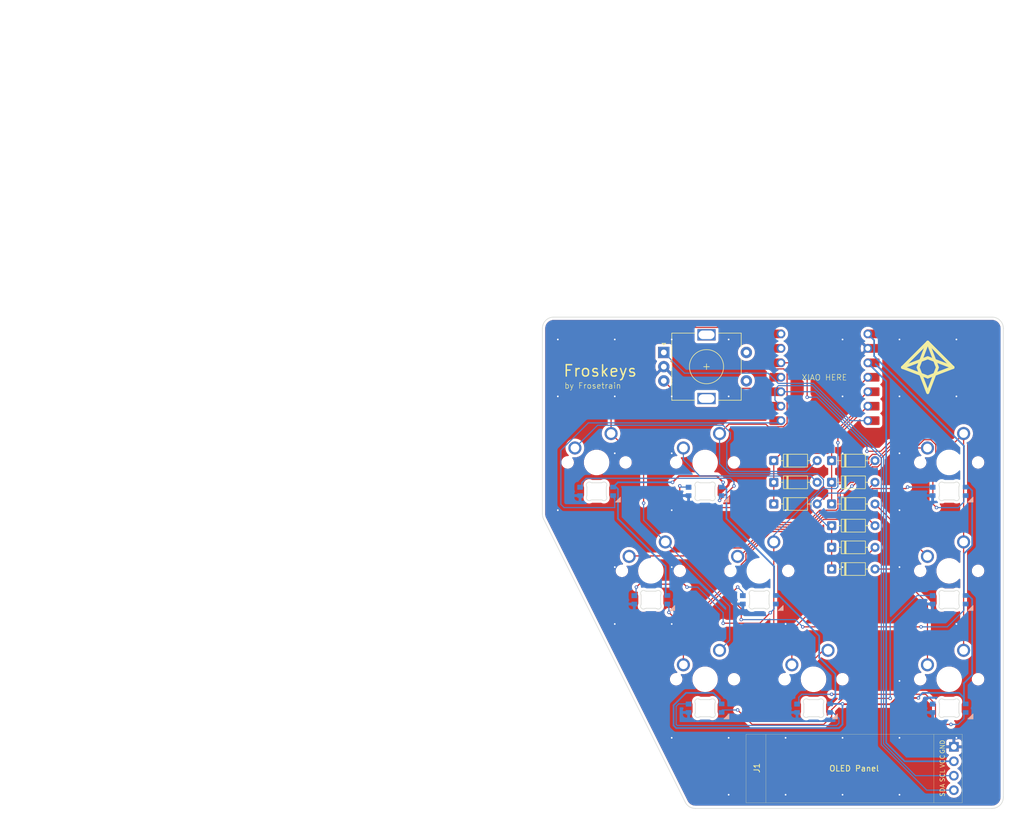
<source format=kicad_pcb>
(kicad_pcb (version 20241229) (generator "pcbnew") (generator_version "9.0")
  (title_block (title "Froskeys") (date "2025-06-22") (rev "1") (company "Frosetrain"))
  (layers (0 "F.Cu" signal) (2 "B.Cu" signal) (13 "F.Paste" user) (15 "B.Paste" user) (5 "F.SilkS" user "F.Silkscreen") (7 "B.SilkS" user "B.Silkscreen") (1 "F.Mask" user) (3 "B.Mask" user) (25 "Edge.Cuts" user))
  (net 0 "")
  (net 1 "Net-(D1-A)")
  (net 2 "ROW1")
  (net 3 "Net-(D2-A)")
  (net 4 "Net-(D3-A)")
  (net 5 "Net-(D4-A)")
  (net 6 "ROW2")
  (net 7 "Net-(D5-A)")
  (net 8 "Net-(D6-A)")
  (net 9 "Net-(D7-A)")
  (net 10 "ROW3")
  (net 11 "Net-(D8-A)")
  (net 12 "Net-(D9-A)")
  (net 13 "DIN")
  (net 14 "Net-(LED1-DOUT)")
  (net 15 "GND")
  (net 16 "+5V")
  (net 17 "Net-(LED2-DOUT)")
  (net 18 "Net-(LED3-DOUT)")
  (net 19 "COL1")
  (net 20 "COL2")
  (net 21 "COL3")
  (net 23 "ENC_A")
  (net 24 "ENC_B")
  (net 26 "SDA")
  (net 27 "+3V3")
  (net 28 "SCL")
  (net 29 "Net-(LED4-DOUT)")
  (net 30 "Net-(LED5-DOUT)")
  (net 31 "Net-(LED6-DOUT)")
  (net 32 "Net-(LED7-DOUT)")
  (net 33 "Net-(LED8-DOUT)")
  (footprint "Diode_THT:D_DO-35_SOD27_P7.62mm_Horizontal" (layer "F.Cu") (at 135.89 88.265)
    (property "Reference" "D3" (hide yes))
    (property "Value" "1N4148")
  )
  (footprint "Diode_THT:D_DO-35_SOD27_P7.62mm_Horizontal" (layer "F.Cu") (at 146.05 95.885)
    (property "Reference" "D8" (hide yes))
    (property "Value" "1N4148")
  )
  (footprint "Diode_THT:D_DO-35_SOD27_P7.62mm_Horizontal" (layer "F.Cu") (at 135.89 80.645)
    (property "Reference" "D1" (hide yes))
    (property "Value" "1N4148")
  )
  (footprint "Diode_THT:D_DO-35_SOD27_P7.62mm_Horizontal" (layer "F.Cu") (at 146.05 80.645)
    (property "Reference" "D4" (hide yes))
    (property "Value" "1N4148")
  )
  (footprint "MX:MX-Solderable-1U" (layer "F.Cu") (at 142.875 119.0625)
    (property "Reference" "SW8")
    (property "Value" "MX")
  )
  (footprint "Keyboard Parts:MX_SK6812MINI-E" (layer "F.Cu") (at 166.6875 80.9625)
    (property "Reference" "LED3" (hide yes))
    (property "Value" "SK6812MINI-E")
    (fp_line (start -1.699999 5.782841) (end -1.699999 4.377157) (stroke (width 0.1)) (layer "Edge.Cuts"))
    (fp_line (start -0.794452 3.58) (end 0.794453 3.58) (stroke (width 0.1)) (layer "Edge.Cuts"))
    (fp_line (start 0.794452 6.579999) (end -0.794452 6.579999) (stroke (width 0.1)) (layer "Edge.Cuts"))
    (fp_line (start 1.699999 4.377157) (end 1.699999 5.782841) (stroke (width 0.1)) (layer "Edge.Cuts"))
    (fp_arc (start -1.749484 4.160279) (mid -1.712527 4.265931) (end -1.699999 4.377157) (stroke (width 0.1)) (layer "Edge.Cuts"))
    (fp_arc (start -1.749484 4.160279) (mid -1.638071 3.575964) (end -1.046711 3.5117) (stroke (width 0.1)) (layer "Edge.Cuts"))
    (fp_arc (start -1.699999 5.782842) (mid -1.712527 5.894067) (end -1.749484 5.999719) (stroke (width 0.1)) (layer "Edge.Cuts"))
    (fp_arc (start -1.046711 6.648296) (mid -1.63807 6.584033) (end -1.749484 5.999719) (stroke (width 0.1)) (layer "Edge.Cuts"))
    (fp_arc (start -1.04671 6.648298) (mid -0.925122 6.597376) (end -0.794452 6.579999) (stroke (width 0.1)) (layer "Edge.Cuts"))
    (fp_arc (start -0.794453 3.579999) (mid -0.925123 3.562622) (end -1.046711 3.5117) (stroke (width 0.1)) (layer "Edge.Cuts"))
    (fp_arc (start 0.794452 6.579999) (mid 0.925123 6.597376) (end 1.046711 6.648298) (stroke (width 0.1)) (layer "Edge.Cuts"))
    (fp_arc (start 1.046711 3.511701) (mid 0.925123 3.562623) (end 0.794453 3.58) (stroke (width 0.1)) (layer "Edge.Cuts"))
    (fp_arc (start 1.046711 3.511701) (mid 1.638071 3.575965) (end 1.749484 4.160279) (stroke (width 0.1)) (layer "Edge.Cuts"))
    (fp_arc (start 1.699999 4.377156) (mid 1.712527 4.265931) (end 1.749484 4.160279) (stroke (width 0.1)) (layer "Edge.Cuts"))
    (fp_arc (start 1.749484 5.999718) (mid 1.638072 6.584034) (end 1.046711 6.648298) (stroke (width 0.1)) (layer "Edge.Cuts"))
    (fp_arc (start 1.749484 5.999719) (mid 1.712527 5.894067) (end 1.699999 5.782841) (stroke (width 0.1)) (layer "Edge.Cuts"))
  )
  (footprint "Rotary_Encoder:RotaryEncoder_Alps_EC11E-Switch_Vertical_H20mm" (layer "F.Cu") (at 116.575 61.635)
    (property "Reference" "SW10" (hide yes))
    (property "Value" "RotaryEncoder_Switch")
  )
  (footprint "MX:MX-Solderable-1U" (layer "F.Cu") (at 166.6875 80.9625)
    (property "Reference" "SW3")
    (property "Value" "MX")
  )
  (footprint "MX:MX-Solderable-1U" (layer "F.Cu") (at 104.775 80.9625)
    (property "Reference" "SW1")
    (property "Value" "MX")
  )
  (footprint "Keyboard Parts:MX_SK6812MINI-E" (layer "F.Cu") (at 114.3 100.0125)
    (property "Reference" "LED4" (hide yes))
    (property "Value" "SK6812MINI-E")
    (fp_line (start -1.699999 5.782841) (end -1.699999 4.377157) (stroke (width 0.1)) (layer "Edge.Cuts"))
    (fp_line (start -0.794452 3.58) (end 0.794453 3.58) (stroke (width 0.1)) (layer "Edge.Cuts"))
    (fp_line (start 0.794452 6.579999) (end -0.794452 6.579999) (stroke (width 0.1)) (layer "Edge.Cuts"))
    (fp_line (start 1.699999 4.377157) (end 1.699999 5.782841) (stroke (width 0.1)) (layer "Edge.Cuts"))
    (fp_arc (start -1.749484 4.160279) (mid -1.712527 4.265931) (end -1.699999 4.377157) (stroke (width 0.1)) (layer "Edge.Cuts"))
    (fp_arc (start -1.749484 4.160279) (mid -1.638071 3.575964) (end -1.046711 3.5117) (stroke (width 0.1)) (layer "Edge.Cuts"))
    (fp_arc (start -1.699999 5.782842) (mid -1.712527 5.894067) (end -1.749484 5.999719) (stroke (width 0.1)) (layer "Edge.Cuts"))
    (fp_arc (start -1.046711 6.648296) (mid -1.63807 6.584033) (end -1.749484 5.999719) (stroke (width 0.1)) (layer "Edge.Cuts"))
    (fp_arc (start -1.04671 6.648298) (mid -0.925122 6.597376) (end -0.794452 6.579999) (stroke (width 0.1)) (layer "Edge.Cuts"))
    (fp_arc (start -0.794453 3.579999) (mid -0.925123 3.562622) (end -1.046711 3.5117) (stroke (width 0.1)) (layer "Edge.Cuts"))
    (fp_arc (start 0.794452 6.579999) (mid 0.925123 6.597376) (end 1.046711 6.648298) (stroke (width 0.1)) (layer "Edge.Cuts"))
    (fp_arc (start 1.046711 3.511701) (mid 0.925123 3.562623) (end 0.794453 3.58) (stroke (width 0.1)) (layer "Edge.Cuts"))
    (fp_arc (start 1.046711 3.511701) (mid 1.638071 3.575965) (end 1.749484 4.160279) (stroke (width 0.1)) (layer "Edge.Cuts"))
    (fp_arc (start 1.699999 4.377156) (mid 1.712527 4.265931) (end 1.749484 4.160279) (stroke (width 0.1)) (layer "Edge.Cuts"))
    (fp_arc (start 1.749484 5.999718) (mid 1.638072 6.584034) (end 1.046711 6.648298) (stroke (width 0.1)) (layer "Edge.Cuts"))
    (fp_arc (start 1.749484 5.999719) (mid 1.712527 5.894067) (end 1.699999 5.782841) (stroke (width 0.1)) (layer "Edge.Cuts"))
  )
  (footprint "MX:MX-Solderable-1U" (layer "F.Cu") (at 166.6875 100.0125)
    (property "Reference" "SW6")
    (property "Value" "MX")
  )
  (footprint "OLED:SSD1306-0.91-OLED-4pin-128x32" (layer "F.Cu") (at 131.013 128.747)
    (property "Reference" "J1")
    (property "Value" "OLED")
  )
  (footprint "Diode_THT:D_DO-35_SOD27_P7.62mm_Horizontal" (layer "F.Cu") (at 135.89 84.455)
    (property "Reference" "D2" (hide yes))
    (property "Value" "1N4148")
  )
  (footprint "Keyboard Parts:MX_SK6812MINI-E" (layer "F.Cu") (at 166.6875 100.0125)
    (property "Reference" "LED6" (hide yes))
    (property "Value" "SK6812MINI-E")
    (fp_line (start -1.699999 5.782841) (end -1.699999 4.377157) (stroke (width 0.1)) (layer "Edge.Cuts"))
    (fp_line (start -0.794452 3.58) (end 0.794453 3.58) (stroke (width 0.1)) (layer "Edge.Cuts"))
    (fp_line (start 0.794452 6.579999) (end -0.794452 6.579999) (stroke (width 0.1)) (layer "Edge.Cuts"))
    (fp_line (start 1.699999 4.377157) (end 1.699999 5.782841) (stroke (width 0.1)) (layer "Edge.Cuts"))
    (fp_arc (start -1.749484 4.160279) (mid -1.712527 4.265931) (end -1.699999 4.377157) (stroke (width 0.1)) (layer "Edge.Cuts"))
    (fp_arc (start -1.749484 4.160279) (mid -1.638071 3.575964) (end -1.046711 3.5117) (stroke (width 0.1)) (layer "Edge.Cuts"))
    (fp_arc (start -1.699999 5.782842) (mid -1.712527 5.894067) (end -1.749484 5.999719) (stroke (width 0.1)) (layer "Edge.Cuts"))
    (fp_arc (start -1.046711 6.648296) (mid -1.63807 6.584033) (end -1.749484 5.999719) (stroke (width 0.1)) (layer "Edge.Cuts"))
    (fp_arc (start -1.04671 6.648298) (mid -0.925122 6.597376) (end -0.794452 6.579999) (stroke (width 0.1)) (layer "Edge.Cuts"))
    (fp_arc (start -0.794453 3.579999) (mid -0.925123 3.562622) (end -1.046711 3.5117) (stroke (width 0.1)) (layer "Edge.Cuts"))
    (fp_arc (start 0.794452 6.579999) (mid 0.925123 6.597376) (end 1.046711 6.648298) (stroke (width 0.1)) (layer "Edge.Cuts"))
    (fp_arc (start 1.046711 3.511701) (mid 0.925123 3.562623) (end 0.794453 3.58) (stroke (width 0.1)) (layer "Edge.Cuts"))
    (fp_arc (start 1.046711 3.511701) (mid 1.638071 3.575965) (end 1.749484 4.160279) (stroke (width 0.1)) (layer "Edge.Cuts"))
    (fp_arc (start 1.699999 4.377156) (mid 1.712527 4.265931) (end 1.749484 4.160279) (stroke (width 0.1)) (layer "Edge.Cuts"))
    (fp_arc (start 1.749484 5.999718) (mid 1.638072 6.584034) (end 1.046711 6.648298) (stroke (width 0.1)) (layer "Edge.Cuts"))
    (fp_arc (start 1.749484 5.999719) (mid 1.712527 5.894067) (end 1.699999 5.782841) (stroke (width 0.1)) (layer "Edge.Cuts"))
  )
  (footprint "MX:MX-Solderable-1U" (layer "F.Cu") (at 133.35 100.0125)
    (property "Reference" "SW5")
    (property "Value" "MX")
  )
  (footprint "MX:MX-Solderable-1U" (layer "F.Cu") (at 114.3 100.0125)
    (property "Reference" "SW4")
    (property "Value" "MX")
  )
  (footprint "Keyboard Parts:MX_SK6812MINI-E" (layer "F.Cu") (at 166.6875 119.0625)
    (property "Reference" "LED9" (hide yes))
    (property "Value" "SK6812MINI-E")
    (fp_line (start -1.699999 5.782841) (end -1.699999 4.377157) (stroke (width 0.1)) (layer "Edge.Cuts"))
    (fp_line (start -0.794452 3.58) (end 0.794453 3.58) (stroke (width 0.1)) (layer "Edge.Cuts"))
    (fp_line (start 0.794452 6.579999) (end -0.794452 6.579999) (stroke (width 0.1)) (layer "Edge.Cuts"))
    (fp_line (start 1.699999 4.377157) (end 1.699999 5.782841) (stroke (width 0.1)) (layer "Edge.Cuts"))
    (fp_arc (start -1.749484 4.160279) (mid -1.712527 4.265931) (end -1.699999 4.377157) (stroke (width 0.1)) (layer "Edge.Cuts"))
    (fp_arc (start -1.749484 4.160279) (mid -1.638071 3.575964) (end -1.046711 3.5117) (stroke (width 0.1)) (layer "Edge.Cuts"))
    (fp_arc (start -1.699999 5.782842) (mid -1.712527 5.894067) (end -1.749484 5.999719) (stroke (width 0.1)) (layer "Edge.Cuts"))
    (fp_arc (start -1.046711 6.648296) (mid -1.63807 6.584033) (end -1.749484 5.999719) (stroke (width 0.1)) (layer "Edge.Cuts"))
    (fp_arc (start -1.04671 6.648298) (mid -0.925122 6.597376) (end -0.794452 6.579999) (stroke (width 0.1)) (layer "Edge.Cuts"))
    (fp_arc (start -0.794453 3.579999) (mid -0.925123 3.562622) (end -1.046711 3.5117) (stroke (width 0.1)) (layer "Edge.Cuts"))
    (fp_arc (start 0.794452 6.579999) (mid 0.925123 6.597376) (end 1.046711 6.648298) (stroke (width 0.1)) (layer "Edge.Cuts"))
    (fp_arc (start 1.046711 3.511701) (mid 0.925123 3.562623) (end 0.794453 3.58) (stroke (width 0.1)) (layer "Edge.Cuts"))
    (fp_arc (start 1.046711 3.511701) (mid 1.638071 3.575965) (end 1.749484 4.160279) (stroke (width 0.1)) (layer "Edge.Cuts"))
    (fp_arc (start 1.699999 4.377156) (mid 1.712527 4.265931) (end 1.749484 4.160279) (stroke (width 0.1)) (layer "Edge.Cuts"))
    (fp_arc (start 1.749484 5.999718) (mid 1.638072 6.584034) (end 1.046711 6.648298) (stroke (width 0.1)) (layer "Edge.Cuts"))
    (fp_arc (start 1.749484 5.999719) (mid 1.712527 5.894067) (end 1.699999 5.782841) (stroke (width 0.1)) (layer "Edge.Cuts"))
  )
  (footprint "OPL:XIAO-RP2040-DIP" (layer "F.Cu") (at 144.78 66)
    (property "Reference" "U1" (hide yes))
    (property "Value" "XIAO-RP2040-DIP" (hide yes))
  )
  (footprint "Keyboard Parts:MX_SK6812MINI-E" (layer "F.Cu") (at 123.825 80.9625)
    (property "Reference" "LED2" (hide yes))
    (property "Value" "SK6812MINI-E")
    (fp_line (start -1.699999 5.782841) (end -1.699999 4.377157) (stroke (width 0.1)) (layer "Edge.Cuts"))
    (fp_line (start -0.794452 3.58) (end 0.794453 3.58) (stroke (width 0.1)) (layer "Edge.Cuts"))
    (fp_line (start 0.794452 6.579999) (end -0.794452 6.579999) (stroke (width 0.1)) (layer "Edge.Cuts"))
    (fp_line (start 1.699999 4.377157) (end 1.699999 5.782841) (stroke (width 0.1)) (layer "Edge.Cuts"))
    (fp_arc (start -1.749484 4.160279) (mid -1.712527 4.265931) (end -1.699999 4.377157) (stroke (width 0.1)) (layer "Edge.Cuts"))
    (fp_arc (start -1.749484 4.160279) (mid -1.638071 3.575964) (end -1.046711 3.5117) (stroke (width 0.1)) (layer "Edge.Cuts"))
    (fp_arc (start -1.699999 5.782842) (mid -1.712527 5.894067) (end -1.749484 5.999719) (stroke (width 0.1)) (layer "Edge.Cuts"))
    (fp_arc (start -1.046711 6.648296) (mid -1.63807 6.584033) (end -1.749484 5.999719) (stroke (width 0.1)) (layer "Edge.Cuts"))
    (fp_arc (start -1.04671 6.648298) (mid -0.925122 6.597376) (end -0.794452 6.579999) (stroke (width 0.1)) (layer "Edge.Cuts"))
    (fp_arc (start -0.794453 3.579999) (mid -0.925123 3.562622) (end -1.046711 3.5117) (stroke (width 0.1)) (layer "Edge.Cuts"))
    (fp_arc (start 0.794452 6.579999) (mid 0.925123 6.597376) (end 1.046711 6.648298) (stroke (width 0.1)) (layer "Edge.Cuts"))
    (fp_arc (start 1.046711 3.511701) (mid 0.925123 3.562623) (end 0.794453 3.58) (stroke (width 0.1)) (layer "Edge.Cuts"))
    (fp_arc (start 1.046711 3.511701) (mid 1.638071 3.575965) (end 1.749484 4.160279) (stroke (width 0.1)) (layer "Edge.Cuts"))
    (fp_arc (start 1.699999 4.377156) (mid 1.712527 4.265931) (end 1.749484 4.160279) (stroke (width 0.1)) (layer "Edge.Cuts"))
    (fp_arc (start 1.749484 5.999718) (mid 1.638072 6.584034) (end 1.046711 6.648298) (stroke (width 0.1)) (layer "Edge.Cuts"))
    (fp_arc (start 1.749484 5.999719) (mid 1.712527 5.894067) (end 1.699999 5.782841) (stroke (width 0.1)) (layer "Edge.Cuts"))
  )
  (footprint "Diode_THT:D_DO-35_SOD27_P7.62mm_Horizontal" (layer "F.Cu") (at 146.05 88.265)
    (property "Reference" "D6" (hide yes))
    (property "Value" "1N4148")
  )
  (footprint "MX:MX-Solderable-1U" (layer "F.Cu") (at 166.6875 119.0625)
    (property "Reference" "SW9")
    (property "Value" "MX")
  )
  (footprint "Diode_THT:D_DO-35_SOD27_P7.62mm_Horizontal" (layer "F.Cu") (at 146.05 84.455)
    (property "Reference" "D5" (hide yes))
    (property "Value" "1N4148")
  )
  (footprint "Keyboard Parts:MX_SK6812MINI-E" (layer "F.Cu") (at 142.875 119.0625)
    (property "Reference" "LED8" (hide yes))
    (property "Value" "SK6812MINI-E")
    (fp_line (start -1.699999 5.782841) (end -1.699999 4.377157) (stroke (width 0.1)) (layer "Edge.Cuts"))
    (fp_line (start -0.794452 3.58) (end 0.794453 3.58) (stroke (width 0.1)) (layer "Edge.Cuts"))
    (fp_line (start 0.794452 6.579999) (end -0.794452 6.579999) (stroke (width 0.1)) (layer "Edge.Cuts"))
    (fp_line (start 1.699999 4.377157) (end 1.699999 5.782841) (stroke (width 0.1)) (layer "Edge.Cuts"))
    (fp_arc (start -1.749484 4.160279) (mid -1.712527 4.265931) (end -1.699999 4.377157) (stroke (width 0.1)) (layer "Edge.Cuts"))
    (fp_arc (start -1.749484 4.160279) (mid -1.638071 3.575964) (end -1.046711 3.5117) (stroke (width 0.1)) (layer "Edge.Cuts"))
    (fp_arc (start -1.699999 5.782842) (mid -1.712527 5.894067) (end -1.749484 5.999719) (stroke (width 0.1)) (layer "Edge.Cuts"))
    (fp_arc (start -1.046711 6.648296) (mid -1.63807 6.584033) (end -1.749484 5.999719) (stroke (width 0.1)) (layer "Edge.Cuts"))
    (fp_arc (start -1.04671 6.648298) (mid -0.925122 6.597376) (end -0.794452 6.579999) (stroke (width 0.1)) (layer "Edge.Cuts"))
    (fp_arc (start -0.794453 3.579999) (mid -0.925123 3.562622) (end -1.046711 3.5117) (stroke (width 0.1)) (layer "Edge.Cuts"))
    (fp_arc (start 0.794452 6.579999) (mid 0.925123 6.597376) (end 1.046711 6.648298) (stroke (width 0.1)) (layer "Edge.Cuts"))
    (fp_arc (start 1.046711 3.511701) (mid 0.925123 3.562623) (end 0.794453 3.58) (stroke (width 0.1)) (layer "Edge.Cuts"))
    (fp_arc (start 1.046711 3.511701) (mid 1.638071 3.575965) (end 1.749484 4.160279) (stroke (width 0.1)) (layer "Edge.Cuts"))
    (fp_arc (start 1.699999 4.377156) (mid 1.712527 4.265931) (end 1.749484 4.160279) (stroke (width 0.1)) (layer "Edge.Cuts"))
    (fp_arc (start 1.749484 5.999718) (mid 1.638072 6.584034) (end 1.046711 6.648298) (stroke (width 0.1)) (layer "Edge.Cuts"))
    (fp_arc (start 1.749484 5.999719) (mid 1.712527 5.894067) (end 1.699999 5.782841) (stroke (width 0.1)) (layer "Edge.Cuts"))
  )
  (footprint "Keyboard Parts:MX_SK6812MINI-E" (layer "F.Cu") (at 104.775 80.9625)
    (property "Reference" "LED1" (hide yes))
    (property "Value" "SK6812MINI-E")
    (fp_line (start -1.699999 5.782841) (end -1.699999 4.377157) (stroke (width 0.1)) (layer "Edge.Cuts"))
    (fp_line (start -0.794452 3.58) (end 0.794453 3.58) (stroke (width 0.1)) (layer "Edge.Cuts"))
    (fp_line (start 0.794452 6.579999) (end -0.794452 6.579999) (stroke (width 0.1)) (layer "Edge.Cuts"))
    (fp_line (start 1.699999 4.377157) (end 1.699999 5.782841) (stroke (width 0.1)) (layer "Edge.Cuts"))
    (fp_arc (start -1.749484 4.160279) (mid -1.712527 4.265931) (end -1.699999 4.377157) (stroke (width 0.1)) (layer "Edge.Cuts"))
    (fp_arc (start -1.749484 4.160279) (mid -1.638071 3.575964) (end -1.046711 3.5117) (stroke (width 0.1)) (layer "Edge.Cuts"))
    (fp_arc (start -1.699999 5.782842) (mid -1.712527 5.894067) (end -1.749484 5.999719) (stroke (width 0.1)) (layer "Edge.Cuts"))
    (fp_arc (start -1.046711 6.648296) (mid -1.63807 6.584033) (end -1.749484 5.999719) (stroke (width 0.1)) (layer "Edge.Cuts"))
    (fp_arc (start -1.04671 6.648298) (mid -0.925122 6.597376) (end -0.794452 6.579999) (stroke (width 0.1)) (layer "Edge.Cuts"))
    (fp_arc (start -0.794453 3.579999) (mid -0.925123 3.562622) (end -1.046711 3.5117) (stroke (width 0.1)) (layer "Edge.Cuts"))
    (fp_arc (start 0.794452 6.579999) (mid 0.925123 6.597376) (end 1.046711 6.648298) (stroke (width 0.1)) (layer "Edge.Cuts"))
    (fp_arc (start 1.046711 3.511701) (mid 0.925123 3.562623) (end 0.794453 3.58) (stroke (width 0.1)) (layer "Edge.Cuts"))
    (fp_arc (start 1.046711 3.511701) (mid 1.638071 3.575965) (end 1.749484 4.160279) (stroke (width 0.1)) (layer "Edge.Cuts"))
    (fp_arc (start 1.699999 4.377156) (mid 1.712527 4.265931) (end 1.749484 4.160279) (stroke (width 0.1)) (layer "Edge.Cuts"))
    (fp_arc (start 1.749484 5.999718) (mid 1.638072 6.584034) (end 1.046711 6.648298) (stroke (width 0.1)) (layer "Edge.Cuts"))
    (fp_arc (start 1.749484 5.999719) (mid 1.712527 5.894067) (end 1.699999 5.782841) (stroke (width 0.1)) (layer "Edge.Cuts"))
  )
  (footprint "MX:MX-Solderable-1U" (layer "F.Cu") (at 123.825 80.9625)
    (property "Reference" "SW2")
    (property "Value" "MX")
  )
  (footprint "Diode_THT:D_DO-35_SOD27_P7.62mm_Horizontal" (layer "F.Cu") (at 146.05 92.075)
    (property "Reference" "D7" (hide yes))
    (property "Value" "1N4148")
  )
  (footprint "Diode_THT:D_DO-35_SOD27_P7.62mm_Horizontal" (layer "F.Cu") (at 146.05 99.695)
    (property "Reference" "D9" (hide yes))
    (property "Value" "1N4148")
  )
  (footprint "Keyboard Parts:MX_SK6812MINI-E" (layer "F.Cu") (at 133.35 100.0125)
    (property "Reference" "LED5" (hide yes))
    (property "Value" "SK6812MINI-E")
    (fp_line (start -1.699999 5.782841) (end -1.699999 4.377157) (stroke (width 0.1)) (layer "Edge.Cuts"))
    (fp_line (start -0.794452 3.58) (end 0.794453 3.58) (stroke (width 0.1)) (layer "Edge.Cuts"))
    (fp_line (start 0.794452 6.579999) (end -0.794452 6.579999) (stroke (width 0.1)) (layer "Edge.Cuts"))
    (fp_line (start 1.699999 4.377157) (end 1.699999 5.782841) (stroke (width 0.1)) (layer "Edge.Cuts"))
    (fp_arc (start -1.749484 4.160279) (mid -1.712527 4.265931) (end -1.699999 4.377157) (stroke (width 0.1)) (layer "Edge.Cuts"))
    (fp_arc (start -1.749484 4.160279) (mid -1.638071 3.575964) (end -1.046711 3.5117) (stroke (width 0.1)) (layer "Edge.Cuts"))
    (fp_arc (start -1.699999 5.782842) (mid -1.712527 5.894067) (end -1.749484 5.999719) (stroke (width 0.1)) (layer "Edge.Cuts"))
    (fp_arc (start -1.046711 6.648296) (mid -1.63807 6.584033) (end -1.749484 5.999719) (stroke (width 0.1)) (layer "Edge.Cuts"))
    (fp_arc (start -1.04671 6.648298) (mid -0.925122 6.597376) (end -0.794452 6.579999) (stroke (width 0.1)) (layer "Edge.Cuts"))
    (fp_arc (start -0.794453 3.579999) (mid -0.925123 3.562622) (end -1.046711 3.5117) (stroke (width 0.1)) (layer "Edge.Cuts"))
    (fp_arc (start 0.794452 6.579999) (mid 0.925123 6.597376) (end 1.046711 6.648298) (stroke (width 0.1)) (layer "Edge.Cuts"))
    (fp_arc (start 1.046711 3.511701) (mid 0.925123 3.562623) (end 0.794453 3.58) (stroke (width 0.1)) (layer "Edge.Cuts"))
    (fp_arc (start 1.046711 3.511701) (mid 1.638071 3.575965) (end 1.749484 4.160279) (stroke (width 0.1)) (layer "Edge.Cuts"))
    (fp_arc (start 1.699999 4.377156) (mid 1.712527 4.265931) (end 1.749484 4.160279) (stroke (width 0.1)) (layer "Edge.Cuts"))
    (fp_arc (start 1.749484 5.999718) (mid 1.638072 6.584034) (end 1.046711 6.648298) (stroke (width 0.1)) (layer "Edge.Cuts"))
    (fp_arc (start 1.749484 5.999719) (mid 1.712527 5.894067) (end 1.699999 5.782841) (stroke (width 0.1)) (layer "Edge.Cuts"))
  )
  (footprint "MX:MX-Solderable-1U" (layer "F.Cu") (at 123.825 119.0625)
    (property "Reference" "SW7")
    (property "Value" "MX")
  )
  (footprint "Keyboard Parts:MX_SK6812MINI-E" (layer "F.Cu") (at 123.825 119.0625)
    (property "Reference" "LED7" (hide yes))
    (property "Value" "SK6812MINI-E")
    (fp_line (start -1.699999 5.782841) (end -1.699999 4.377157) (stroke (width 0.1)) (layer "Edge.Cuts"))
    (fp_line (start -0.794452 3.58) (end 0.794453 3.58) (stroke (width 0.1)) (layer "Edge.Cuts"))
    (fp_line (start 0.794452 6.579999) (end -0.794452 6.579999) (stroke (width 0.1)) (layer "Edge.Cuts"))
    (fp_line (start 1.699999 4.377157) (end 1.699999 5.782841) (stroke (width 0.1)) (layer "Edge.Cuts"))
    (fp_arc (start -1.749484 4.160279) (mid -1.712527 4.265931) (end -1.699999 4.377157) (stroke (width 0.1)) (layer "Edge.Cuts"))
    (fp_arc (start -1.749484 4.160279) (mid -1.638071 3.575964) (end -1.046711 3.5117) (stroke (width 0.1)) (layer "Edge.Cuts"))
    (fp_arc (start -1.699999 5.782842) (mid -1.712527 5.894067) (end -1.749484 5.999719) (stroke (width 0.1)) (layer "Edge.Cuts"))
    (fp_arc (start -1.046711 6.648296) (mid -1.63807 6.584033) (end -1.749484 5.999719) (stroke (width 0.1)) (layer "Edge.Cuts"))
    (fp_arc (start -1.04671 6.648298) (mid -0.925122 6.597376) (end -0.794452 6.579999) (stroke (width 0.1)) (layer "Edge.Cuts"))
    (fp_arc (start -0.794453 3.579999) (mid -0.925123 3.562622) (end -1.046711 3.5117) (stroke (width 0.1)) (layer "Edge.Cuts"))
    (fp_arc (start 0.794452 6.579999) (mid 0.925123 6.597376) (end 1.046711 6.648298) (stroke (width 0.1)) (layer "Edge.Cuts"))
    (fp_arc (start 1.046711 3.511701) (mid 0.925123 3.562623) (end 0.794453 3.58) (stroke (width 0.1)) (layer "Edge.Cuts"))
    (fp_arc (start 1.046711 3.511701) (mid 1.638071 3.575965) (end 1.749484 4.160279) (stroke (width 0.1)) (layer "Edge.Cuts"))
    (fp_arc (start 1.699999 4.377156) (mid 1.712527 4.265931) (end 1.749484 4.160279) (stroke (width 0.1)) (layer "Edge.Cuts"))
    (fp_arc (start 1.749484 5.999718) (mid 1.638072 6.584034) (end 1.046711 6.648298) (stroke (width 0.1)) (layer "Edge.Cuts"))
    (fp_arc (start 1.749484 5.999719) (mid 1.712527 5.894067) (end 1.699999 5.782841) (stroke (width 0.1)) (layer "Edge.Cuts"))
  )
  (gr_line (start 158.496 64.262) (end 162.929204 59.828795) (stroke (width 0.529166)) (layer "F.SilkS"))
  (gr_line (start 162.929204 59.828795) (end 167.362408 64.262) (stroke (width 0.529166)) (layer "F.SilkS"))
  (gr_line (start 162.929204 62.568666) (end 167.362408 64.262) (stroke (width 0.529166)) (layer "F.SilkS"))
  (gr_line (start 162.929204 65.955333) (end 158.496 64.262) (stroke (width 0.529166)) (layer "F.SilkS"))
  (gr_poly (pts (xy 164.622538 64.262) (xy 162.929204 68.695204) (xy 161.235871 64.262) (xy 162.929204 59.828795)) (stroke (width 0.529166)) (fill no) (layer "F.SilkS"))
  (gr_line (start 167.362408 64.262) (end 162.929204 65.955333) (stroke (width 0.529166)) (layer "F.SilkS"))
  (gr_line (start 158.496 64.262) (end 162.929204 62.568666) (stroke (width 0.529166)) (layer "F.SilkS"))
  (gr_line (start 120.334966 140.661229) (end 95.460898 90.913092) (stroke (width 0.1)) (layer "Edge.Cuts"))
  (gr_line (start 95.249752 90.018665) (end 95.249752 57.4228) (stroke (width 0.1)) (layer "Edge.Cuts"))
  (gr_arc (start 95.460898 90.913092) (mid 95.303258 90.478171) (end 95.249752 90.018665) (stroke (width 0.1)) (layer "Edge.Cuts"))
  (gr_arc (start 174.212749 55.4228) (mid 175.626963 56.008586) (end 176.212749 57.4228) (stroke (width 0.1)) (layer "Edge.Cuts"))
  (gr_line (start 97.249752 55.4228) (end 174.212749 55.4228) (stroke (width 0.1)) (layer "Edge.Cuts"))
  (gr_arc (start 95.249752 57.4228) (mid 95.835536 56.008569) (end 97.249752 55.4228) (stroke (width 0.1)) (layer "Edge.Cuts"))
  (gr_line (start 174.212749 141.766802) (end 122.12382 141.766802) (stroke (width 0.1)) (layer "Edge.Cuts"))
  (gr_line (start 176.212749 57.4228) (end 176.212749 139.766802) (stroke (width 0.1)) (layer "Edge.Cuts"))
  (gr_arc (start 122.12382 141.766802) (mid 121.072358 141.468104) (end 120.334966 140.661229) (stroke (width 0.1)) (layer "Edge.Cuts"))
  (gr_arc (start 176.212749 139.766802) (mid 175.626959 141.180996) (end 174.212749 141.766802) (stroke (width 0.1)) (layer "Edge.Cuts"))
  (gr_text "by Frosetrain" (at 99.06 68.072 0) (layer "F.SilkS") (effects (font (size 1 1) (thickness 0.1)) (justify left bottom)))
  (gr_text "XIAO HERE" (at 144.78 66.04 0) (layer "F.SilkS") (effects (font (size 1 1) (thickness 0.1))))
  (gr_text "Froskeys" (at 98.806 66.04 0) (layer "F.SilkS") (effects (font (size 2 2) (thickness 0.25)) (justify left bottom)))
  (segment (start 141.605 82.55) (end 128.27 82.55) (width 0.2) (layer "B.Cu") (net 1))
  (segment (start 127.635 77.47) (end 128.27 76.835) (width 0.2) (layer "B.Cu") (net 1))
  (segment (start 141.605 82.55) (end 143.51 80.645) (width 0.2) (layer "B.Cu") (net 1))
  (segment (start 127.635 81.915) (end 127.635 77.47) (width 0.2) (layer "B.Cu") (net 1))
  (segment (start 128.27 76.835) (end 128.27 75.735476) (width 0.2) (layer "B.Cu") (net 1))
  (segment (start 126.966024 74.4315) (end 104.956 74.4315) (width 0.2) (layer "B.Cu") (net 1))
  (segment (start 104.956 74.4315) (end 100.965 78.4225) (width 0.2) (layer "B.Cu") (net 1))
  (segment (start 128.27 75.735476) (end 126.966024 74.4315) (width 0.2) (layer "B.Cu") (net 1))
  (segment (start 128.27 82.55) (end 127.635 81.915) (width 0.2) (layer "B.Cu") (net 1))
  (segment (start 135.89 80.645) (end 137.16 79.375) (width 0.2) (layer "F.Cu") (net 2))
  (segment (start 135.89 80.645) (end 135.89 84.455) (width 0.2) (layer "F.Cu") (net 2))
  (segment (start 150.495 67.905) (end 152.4 66) (width 0.2) (layer "F.Cu") (net 2))
  (segment (start 145.415 76.835) (end 150.495 71.755) (width 0.2) (layer "F.Cu") (net 2))
  (segment (start 145.415 79.375) (end 145.415 76.835) (width 0.2) (layer "F.Cu") (net 2))
  (segment (start 137.16 79.375) (end 145.415 79.375) (width 0.2) (layer "F.Cu") (net 2))
  (segment (start 135.89 84.455) (end 135.89 88.265) (width 0.2) (layer "F.Cu") (net 2))
  (segment (start 150.495 71.755) (end 150.495 67.905) (width 0.2) (layer "F.Cu") (net 2))
  (segment (start 120.015 80.468689) (end 120.015 78.4225) (width 0.2) (layer "B.Cu") (net 3))
  (segment (start 122.896311 83.35) (end 120.015 80.468689) (width 0.2) (layer "B.Cu") (net 3))
  (segment (start 142.405 83.35) (end 122.896311 83.35) (width 0.2) (layer "B.Cu") (net 3))
  (segment (start 143.51 84.455) (end 142.405 83.35) (width 0.2) (layer "B.Cu") (net 3))
  (segment (start 154.771 80.18895) (end 154.771 81.10105) (width 0.2) (layer "F.Cu") (net 4))
  (segment (start 153.21395 81.746) (end 153.175025 81.707075) (width 0.2) (layer "F.Cu") (net 4))
  (segment (start 156.5275 78.4225) (end 154.766025 80.183975) (width 0.2) (layer "F.Cu") (net 4))
  (segment (start 153.175025 81.707075) (end 149.761545 85.120555) (width 0.2) (layer "F.Cu") (net 4))
  (segment (start 154.12605 81.746) (end 153.21395 81.746) (width 0.2) (layer "F.Cu") (net 4))
  (segment (start 154.771 81.10105) (end 154.12605 81.746) (width 0.2) (layer "F.Cu") (net 4))
  (segment (start 154.766025 80.183975) (end 154.771 80.18895) (width 0.2) (layer "F.Cu") (net 4))
  (segment (start 162.8775 78.4225) (end 156.5275 78.4225) (width 0.2) (layer "F.Cu") (net 4))
  (segment (start 149.761545 85.120555) (end 149.614519 85.120555) (width 0.2) (layer "F.Cu") (net 4))
  (via (at 149.614519 85.120555) (size 0.6) (drill 0.3) (layers "F.Cu" "B.Cu") (net 4))
  (segment (start 143.51 88.265) (end 145.415 86.36) (width 0.2) (layer "B.Cu") (net 4))
  (segment (start 148.375074 86.36) (end 149.614519 85.120555) (width 0.2) (layer "B.Cu") (net 4))
  (segment (start 145.415 86.36) (end 148.375074 86.36) (width 0.2) (layer "B.Cu") (net 4))
  (segment (start 149.844445 84.470555) (end 153.67 80.645) (width 0.2) (layer "F.Cu") (net 5))
  (segment (start 147.551 86.264835) (end 149.34528 84.470555) (width 0.2) (layer "F.Cu") (net 5))
  (segment (start 134.92363 91.91) (end 141.271628 91.91) (width 0.2) (layer "F.Cu") (net 5))
  (segment (start 147.551 89.215845) (end 147.551 86.264835) (width 0.2) (layer "F.Cu") (net 5))
  (segment (start 126.305 97.39) (end 127.695 96) (width 0.2) (layer "F.Cu") (net 5))
  (segment (start 141.273629 91.908) (end 141.977114 91.908) (width 0.2) (layer "F.Cu") (net 5))
  (segment (start 110.49 97.4725) (end 110.5725 97.39) (width 0.2) (layer "F.Cu") (net 5))
  (segment (start 144.119115 89.766) (end 147.000846 89.766) (width 0.2) (layer "F.Cu") (net 5))
  (segment (start 147.000846 89.766) (end 147.551 89.215845) (width 0.2) (layer "F.Cu") (net 5))
  (segment (start 130.833628 96) (end 134.92363 91.91) (width 0.2) (layer "F.Cu") (net 5))
  (segment (start 141.271628 91.91) (end 141.273629 91.908) (width 0.2) (layer "F.Cu") (net 5))
  (segment (start 149.34528 84.470555) (end 149.844445 84.470555) (width 0.2) (layer "F.Cu") (net 5))
  (segment (start 141.977114 91.908) (end 144.119115 89.766) (width 0.2) (layer "F.Cu") (net 5))
  (segment (start 110.5725 97.39) (end 126.305 97.39) (width 0.2) (layer "F.Cu") (net 5))
  (segment (start 127.695 96) (end 130.833628 96) (width 0.2) (layer "F.Cu") (net 5))
  (segment (start 146.05 84.455) (end 146.05 88.265) (width 0.2) (layer "F.Cu") (net 6))
  (segment (start 146.05 76.765686) (end 150.895 71.920686) (width 0.2) (layer "F.Cu") (net 6))
  (segment (start 150.895 70.045) (end 152.4 68.54) (width 0.2) (layer "F.Cu") (net 6))
  (segment (start 146.05 80.645) (end 146.05 76.765686) (width 0.2) (layer "F.Cu") (net 6))
  (segment (start 150.895 71.920686) (end 150.895 70.045) (width 0.2) (layer "F.Cu") (net 6))
  (segment (start 146.05 80.645) (end 146.05 84.455) (width 0.2) (layer "F.Cu") (net 6))
  (segment (start 129.926814 97.4725) (end 129.54 97.4725) (width 0.2) (layer "F.Cu") (net 7))
  (segment (start 132.315 95.084315) (end 129.926814 97.4725) (width 0.2) (layer "F.Cu") (net 7))
  (segment (start 147.959 90.166) (end 144.2848 90.166) (width 0.2) (layer "F.Cu") (net 7))
  (segment (start 135.089314 92.31) (end 132.315 95.084315) (width 0.2) (layer "F.Cu") (net 7))
  (segment (start 153.67 84.455) (end 147.959 90.166) (width 0.2) (layer "F.Cu") (net 7))
  (segment (start 144.2848 90.166) (end 142.1408 92.31) (width 0.2) (layer "F.Cu") (net 7))
  (segment (start 142.1408 92.31) (end 135.089314 92.31) (width 0.2) (layer "F.Cu") (net 7))
  (segment (start 153.67 88.265) (end 162.8775 97.4725) (width 0.2) (layer "F.Cu") (net 8))
  (segment (start 142.473586 93.11) (end 142.475 93.11) (width 0.2) (layer "F.Cu") (net 9))
  (segment (start 142.475 93.11) (end 144.611 90.974) (width 0.2) (layer "F.Cu") (net 9))
  (segment (start 135.4211 93.111) (end 142.472586 93.111) (width 0.2) (layer "F.Cu") (net 9))
  (segment (start 152.569 90.974) (end 153.67 92.075) (width 0.2) (layer "F.Cu") (net 9))
  (segment (start 131.391 97.1411) (end 135.4211 93.111) (width 0.2) (layer "F.Cu") (net 9))
  (segment (start 142.472586 93.111) (end 142.473586 93.11) (width 0.2) (layer "F.Cu") (net 9))
  (segment (start 130.575 99.05521) (end 131.391 98.23921) (width 0.2) (layer "F.Cu") (net 9))
  (segment (start 120.015 116.5225) (end 120.015 110.534343) (width 0.2) (layer "F.Cu") (net 9))
  (segment (start 120.015 110.534343) (end 130.575 99.974343) (width 0.2) (layer "F.Cu") (net 9))
  (segment (start 144.611 90.974) (end 152.569 90.974) (width 0.2) (layer "F.Cu") (net 9))
  (segment (start 131.391 98.23921) (end 131.391 97.1411) (width 0.2) (layer "F.Cu") (net 9))
  (segment (start 130.575 99.974343) (end 130.575 99.05521) (width 0.2) (layer "F.Cu") (net 9))
  (segment (start 146.05 92.075) (end 146.05 95.885) (width 0.2) (layer "F.Cu") (net 10))
  (segment (start 152.4 71.08) (end 147.151 76.329) (width 0.2) (layer "F.Cu") (net 10))
  (segment (start 147.151 76.329) (end 147.151 77.5) (width 0.2) (layer "F.Cu") (net 10))
  (segment (start 146.05 95.885) (end 146.05 99.695) (width 0.2) (layer "F.Cu") (net 10))
  (via (at 147.151 77.5) (size 0.6) (drill 0.3) (layers "F.Cu" "B.Cu") (net 10))
  (segment (start 146.83516 85.556) (end 147.151 85.24016) (width 0.2) (layer "B.Cu") (net 10))
  (segment (start 142.409 87.80895) (end 144.66195 85.556) (width 0.2) (layer "B.Cu") (net 10))
  (segment (start 147.151 85.24016) (end 147.151 77.5) (width 0.2) (layer "B.Cu") (net 10))
  (segment (start 142.409 89.234) (end 142.409 87.80895) (width 0.2) (layer "B.Cu") (net 10))
  (segment (start 146.05 92.075) (end 145.25 92.075) (width 0.2) (layer "B.Cu") (net 10))
  (segment (start 145.25 92.075) (end 142.409 89.234) (width 0.2) (layer "B.Cu") (net 10))
  (segment (start 144.66195 85.556) (end 146.83516 85.556) (width 0.2) (layer "B.Cu") (net 10))
  (segment (start 153.67 95.885) (end 139.065 110.49) (width 0.2) (layer "F.Cu") (net 11))
  (segment (start 139.065 110.49) (end 139.065 116.5225) (width 0.2) (layer "F.Cu") (net 11))
  (segment (start 153.67 99.695) (end 156.845 99.695) (width 0.2) (layer "F.Cu") (net 12))
  (segment (start 156.845 99.695) (end 162.8775 105.7275) (width 0.2) (layer "F.Cu") (net 12))
  (segment (start 162.8775 105.7275) (end 162.8775 116.5225) (width 0.2) (layer "F.Cu") (net 12))
  (segment (start 98.4931 88.3331) (end 98.4931 78.842376) (width 0.2) (layer "B.Cu") (net 13))
  (segment (start 103.319876 74.0156) (end 136.7644 74.0156) (width 0.2) (layer "B.Cu") (net 13))
  (segment (start 98.4931 78.842376) (end 103.319876 74.0156) (width 0.2) (layer "B.Cu") (net 13))
  (segment (start 136.7644 74.0156) (end 137.16 73.62) (width 0.2) (layer "B.Cu") (net 13))
  (segment (start 107.95 87.367499) (end 107.95 88.9) (width 0.2) (layer "B.Cu") (net 13))
  (segment (start 99.06 88.9) (end 98.4931 88.3331) (width 0.2) (layer "B.Cu") (net 13))
  (segment (start 107.375 86.792499) (end 107.95 87.367499) (width 0.2) (layer "B.Cu") (net 13))
  (segment (start 107.95 88.9) (end 99.06 88.9) (width 0.2) (layer "B.Cu") (net 13))
  (segment (start 128.905 85.09) (end 126.365 87.63) (width 0.2) (layer "F.Cu") (net 14))
  (via (at 128.905 85.09) (size 0.6) (drill 0.3) (layers "F.Cu" "B.Cu") (net 14))
  (via (at 126.365 87.63) (size 0.6) (drill 0.3) (layers "F.Cu" "B.Cu") (net 14))
  (segment (start 128.27 83.751) (end 128.905 84.386) (width 0.2) (layer "B.Cu") (net 14))
  (segment (start 126.365 86.852499) (end 126.425 86.792499) (width 0.2) (layer "B.Cu") (net 14))
  (segment (start 102.175 85.292499) (end 102.175 84.515) (width 0.2) (layer "B.Cu") (net 14))
  (segment (start 102.939 83.751) (end 128.27 83.751) (width 0.2) (layer "B.Cu") (net 14))
  (segment (start 102.175 84.515) (end 102.939 83.751) (width 0.2) (layer "B.Cu") (net 14))
  (segment (start 126.365 87.63) (end 126.365 86.852499) (width 0.2) (layer "B.Cu") (net 14))
  (segment (start 128.905 84.386) (end 128.905 85.09) (width 0.2) (layer "B.Cu") (net 14))
  (segment (start 152.4 60.92) (end 153.235 60.92) (width 0.2) (layer "F.Cu") (net 15))
  (via (at 117.964 79.356) (size 0.6) (drill 0.3) (layers "F.Cu" "B.Cu") (net 15))
  (via (at 117.964 69.356) (size 0.6) (drill 0.3) (layers "F.Cu" "B.Cu") (net 15))
  (via (at 117.964 129.356) (size 0.6) (drill 0.3) (layers "F.Cu" "B.Cu") (net 15))
  (via (at 157.964 79.356) (size 0.6) (drill 0.3) (layers "F.Cu" "B.Cu") (net 15))
  (via (at 167.964 59.356) (size 0.6) (drill 0.3) (layers "F.Cu" "B.Cu") (net 15))
  (via (at 107.964 99.356) (size 0.6) (drill 0.3) (layers "F.Cu" "B.Cu") (net 15))
  (via (at 157.964 59.356) (size 0.6) (drill 0.3) (layers "F.Cu" "B.Cu") (net 15))
  (via (at 157.964 119.356) (size 0.6) (drill 0.3) (layers "F.Cu" "B.Cu") (net 15))
  (via (at 167.964 69.356) (size 0.6) (drill 0.3) (layers "F.Cu" "B.Cu") (net 15))
  (via (at 117.964 109.356) (size 0.6) (drill 0.3) (layers "F.Cu" "B.Cu") (net 15))
  (via (at 127.964 59.356) (size 0.6) (drill 0.3) (layers "F.Cu" "B.Cu") (net 15))
  (via (at 107.964 59.356) (size 0.6) (drill 0.3) (layers "F.Cu" "B.Cu") (net 15))
  (via (at 137.964 139.356) (size 0.6) (drill 0.3) (layers "F.Cu" "B.Cu") (net 15))
  (via (at 157.964 139.356) (size 0.6) (drill 0.3) (layers "F.Cu" "B.Cu") (net 15))
  (via (at 137.964 109.356) (size 0.6) (drill 0.3) (layers "F.Cu" "B.Cu") (net 15))
  (via (at 127.964 69.356) (size 0.6) (drill 0.3) (layers "F.Cu" "B.Cu") (net 15))
  (via (at 137.964 89.356) (size 0.6) (drill 0.3) (layers "F.Cu" "B.Cu") (net 15))
  (via (at 167.964 129.356) (size 0.6) (drill 0.3) (layers "F.Cu" "B.Cu") (net 15))
  (via (at 147.964 59.356) (size 0.6) (drill 0.3) (layers "F.Cu" "B.Cu") (net 15))
  (via (at 147.964 129.356) (size 0.6) (drill 0.3) (layers "F.Cu" "B.Cu") (net 15))
  (via (at 147.964 69.356) (size 0.6) (drill 0.3) (layers "F.Cu" "B.Cu") (net 15))
  (via (at 147.964 79.356) (size 0.6) (drill 0.3) (layers "F.Cu" "B.Cu") (net 15))
  (via (at 117.964 89.356) (size 0.6) (drill 0.3) (layers "F.Cu" "B.Cu") (net 15))
  (via (at 157.964 99.356) (size 0.6) (drill 0.3) (layers "F.Cu" "B.Cu") (net 15))
  (via (at 107.964 69.356) (size 0.6) (drill 0.3) (layers "F.Cu" "B.Cu") (net 15))
  (via (at 97.964 89.356) (size 0.6) (drill 0.3) (layers "F.Cu" "B.Cu") (net 15))
  (via (at 147.964 139.356) (size 0.6) (drill 0.3) (layers "F.Cu" "B.Cu") (net 15))
  (via (at 147.964 99.356) (size 0.6) (drill 0.3) (layers "F.Cu" "B.Cu") (net 15))
  (via (at 107.964 79.356) (size 0.6) (drill 0.3) (layers "F.Cu" "B.Cu") (net 15))
  (via (at 157.964 129.356) (size 0.6) (drill 0.3) (layers "F.Cu" "B.Cu") (net 15))
  (via (at 127.964 139.356) (size 0.6) (drill 0.3) (layers "F.Cu" "B.Cu") (net 15))
  (via (at 127.964 129.356) (size 0.6) (drill 0.3) (layers "F.Cu" "B.Cu") (net 15))
  (via (at 107.964 109.356) (size 0.6) (drill 0.3) (layers "F.Cu" "B.Cu") (net 15))
  (via (at 137.964 129.356) (size 0.6) (drill 0.3) (layers "F.Cu" "B.Cu") (net 15))
  (via (at 97.964 69.356) (size 0.6) (drill 0.3) (layers "F.Cu" "B.Cu") (net 15))
  (via (at 97.964 59.356) (size 0.6) (drill 0.3) (layers "F.Cu" "B.Cu") (net 15))
  (via (at 117.964 59.356) (size 0.6) (drill 0.3) (layers "F.Cu" "B.Cu") (net 15))
  (via (at 167.964 109.356) (size 0.6) (drill 0.3) (layers "F.Cu" "B.Cu") (net 15))
  (via (at 157.964 89.356) (size 0.6) (drill 0.3) (layers "F.Cu" "B.Cu") (net 15))
  (via (at 157.964 69.356) (size 0.6) (drill 0.3) (layers "F.Cu" "B.Cu") (net 15))
  (via (at 117.964 99.356) (size 0.6) (drill 0.3) (layers "F.Cu" "B.Cu") (net 15))
  (segment (start 161.925 127) (end 161.979999 127) (width 0.2) (layer "B.Cu") (net 15))
  (segment (start 125.9024 83.3574) (end 127 84.455) (width 0.3) (layer "F.Cu") (net 16))
  (segment (start 148.006501 123.444) (end 156.337 123.444) (width 0.3) (layer "F.Cu") (net 16))
  (segment (start 118.11 84.455) (end 119.2076 83.3574) (width 0.3) (layer "F.Cu") (net 16))
  (segment (start 156.337 123.444) (end 157.425098 122.355902) (width 0.3) (layer "F.Cu") (net 16))
  (segment (start 119.2076 83.3574) (end 125.9024 83.3574) (width 0.3) (layer "F.Cu") (net 16))
  (segment (start 147.955 123.392499) (end 148.006501 123.444) (width 0.3) (layer "F.Cu") (net 16))
  (segment (start 157.425098 122.355902) (end 161.29 122.355902) (width 0.3) (layer "F.Cu") (net 16))
  (via (at 161.29 122.355902) (size 0.6) (drill 0.3) (layers "F.Cu" "B.Cu") (net 16))
  (via (at 118.11 84.455) (size 0.6) (drill 0.3) (layers "F.Cu" "B.Cu") (net 16))
  (via (at 127 84.455) (size 0.6) (drill 0.3) (layers "F.Cu" "B.Cu") (net 16))
  (via (at 147.955 123.392499) (size 0.6) (drill 0.3) (layers "F.Cu" "B.Cu") (net 16))
  (segment (start 147.32 127.635) (end 118.743604 127.635) (width 0.3) (layer "B.Cu") (net 16))
  (segment (start 126.425 85.292499) (end 127.225 85.292499) (width 0.3) (layer "B.Cu") (net 16))
  (segment (start 108.526 85.643499) (end 108.175 85.292499) (width 0.3) (layer "B.Cu") (net 16))
  (segment (start 170.7285 104.983499) (end 170.7285 118.331046) (width 0.3) (layer "B.Cu") (net 16))
  (segment (start 169.2875 78.065235) (end 153.513 62.290735) (width 0.3) (layer "B.Cu") (net 16))
  (segment (start 170.7285 95.554235) (end 170.7285 85.933499) (width 0.3) (layer "B.Cu") (net 16))
  (segment (start 162.0216 121.4574) (end 161.29 122.189) (width 0.3) (layer "B.Cu") (net 16))
  (segment (start 118.743604 127.635) (end 118.295 127.186396) (width 0.3) (layer "B.Cu") (net 16))
  (segment (start 116.9 104.342499) (end 116.9 99.2256) (width 0.3) (layer "B.Cu") (net 16))
  (segment (start 127.576 90.8516) (end 135.95 99.2256) (width 0.3) (layer "B.Cu") (net 16))
  (segment (start 161.29 122.189) (end 161.29 122.355902) (width 0.3) (layer "B.Cu") (net 16))
  (segment (start 170.7285 118.331046) (end 169.2875 119.772046) (width 0.3) (layer "B.Cu") (net 16))
  (segment (start 145.475 123.392499) (end 147.955 123.392499) (width 0.3) (layer "B.Cu") (net 16))
  (segment (start 153.513 59.493) (end 152.4 58.38) (width 0.3) (layer "B.Cu") (net 16))
  (segment (start 127.576 85.643499) (end 127.576 90.8516) (width 0.3) (layer "B.Cu") (net 16))
  (segment (start 169.2875 104.342499) (end 169.2875 96.995235) (width 0.3) (layer "B.Cu") (net 16))
  (segment (start 169.2875 119.772046) (end 169.2875 122.2975) (width 0.3) (layer "B.Cu") (net 16))
  (segment (start 118.295 123.638604) (end 120.476204 121.4574) (width 0.3) (layer "B.Cu") (net 16))
  (segment (start 136.75 104.342499) (end 143.867 111.459499) (width 0.3) (layer "B.Cu") (net 16))
  (segment (start 169.2875 122.2975) (end 169.2875 123.392499) (width 0.3) (layer "B.Cu") (net 16))
  (segment (start 169.2875 104.342499) (end 170.0875 104.342499) (width 0.3) (layer "B.Cu") (net 16))
  (segment (start 116.9 99.2256) (end 108.526 90.8516) (width 0.3) (layer "B.Cu") (net 16))
  (segment (start 126.425 122.615) (end 126.425 123.392499) (width 0.3) (layer "B.Cu") (net 16))
  (segment (start 135.95 99.2256) (end 135.95 104.342499) (width 0.3) (layer "B.Cu") (net 16))
  (segment (start 135.95 104.342499) (end 136.75 104.342499) (width 0.3) (layer "B.Cu") (net 16))
  (segment (start 117.550499 104.342499) (end 116.9 104.342499) (width 0.3) (layer "B.Cu") (net 16))
  (segment (start 107.675 85.292499) (end 108.512499 84.455) (width 0.3) (layer "B.Cu") (net 16))
  (segment (start 127.225 85.292499) (end 127.576 85.643499) (width 0.3) (layer "B.Cu") (net 16))
  (segment (start 170.0875 104.342499) (end 170.7285 104.983499) (width 0.3) (layer "B.Cu") (net 16))
  (segment (start 153.513 62.290735) (end 153.513 59.493) (width 0.3) (layer "B.Cu") (net 16))
  (segment (start 146.7031 122.164399) (end 145.475 123.392499) (width 0.3) (layer "B.Cu") (net 16))
  (segment (start 147.955 127) (end 147.32 127.635) (width 0.3) (layer "B.Cu") (net 16))
  (segment (start 108.175 85.292499) (end 107.375 85.292499) (width 0.3) (layer "B.Cu") (net 16))
  (segment (start 118.295 127.186396) (end 118.295 123.638604) (width 0.3) (layer "B.Cu") (net 16))
  (segment (start 127 84.455) (end 127 85.017499) (width 0.3) (layer "B.Cu") (net 16))
  (segment (start 127 85.017499) (end 126.725 85.292499) (width 0.3) (layer "B.Cu") (net 16))
  (segment (start 108.526 90.8516) (end 108.526 85.643499) (width 0.3) (layer "B.Cu") (net 16))
  (segment (start 169.2875 96.995235) (end 170.7285 95.554235) (width 0.3) (layer "B.Cu") (net 16))
  (segment (start 147.955 123.392499) (end 147.955 127) (width 0.3) (layer "B.Cu") (net 16))
  (segment (start 108.512499 84.455) (end 118.11 84.455) (width 0.3) (layer "B.Cu") (net 16))
  (segment (start 143.867 115.292) (end 146.7031 118.1281) (width 0.3) (layer "B.Cu") (net 16))
  (segment (start 169.2875 85.292499) (end 169.2875 78.065235) (width 0.3) (layer "B.Cu") (net 16))
  (segment (start 146.7031 118.1281) (end 146.7031 122.164399) (width 0.3) (layer "B.Cu") (net 16))
  (segment (start 170.7285 85.933499) (end 170.0875 85.292499) (width 0.3) (layer "B.Cu") (net 16))
  (segment (start 170.0875 85.292499) (end 169.2875 85.292499) (width 0.3) (layer "B.Cu") (net 16))
  (segment (start 120.476204 121.4574) (end 125.2674 121.4574) (width 0.3) (layer "B.Cu") (net 16))
  (segment (start 143.867 111.459499) (end 143.867 115.292) (width 0.3) (layer "B.Cu") (net 16))
  (segment (start 169.2875 122.2975) (end 168.4474 121.4574) (width 0.3) (layer "B.Cu") (net 16))
  (segment (start 168.4474 121.4574) (end 162.0216 121.4574) (width 0.3) (layer "B.Cu") (net 16))
  (segment (start 125.2674 121.4574) (end 126.425 122.615) (width 0.3) (layer "B.Cu") (net 16))
  (segment (start 162.276476 76.9715) (end 163.478524 76.9715) (width 0.2) (layer "F.Cu") (net 17))
  (segment (start 131.445 88.9) (end 134.055 91.51) (width 0.2) (layer "F.Cu") (net 17))
  (segment (start 154.12605 79.544) (end 154.482475 79.900425) (width 0.2) (layer "F.Cu") (net 17))
  (segment (start 146.834746 89.365) (end 147.15 89.049745) (width 0.2) (layer "F.Cu") (net 17))
  (segment (start 163.83 83.82) (end 163.83 88.265) (width 0.2) (layer "F.Cu") (net 17))
  (segment (start 134.75653 91.51) (end 134.75753 91.509) (width 0.2) (layer "F.Cu") (net 17))
  (segment (start 120.65 88.9) (end 131.445 88.9) (width 0.2) (layer "F.Cu") (net 17))
  (segment (start 149.17918 84.069555) (end 149.678345 84.069555) (width 0.2) (layer "F.Cu") (net 17))
  (segment (start 163.83 88.265) (end 164.465 88.9) (width 0.2) (layer "F.Cu") (net 17))
  (segment (start 134.055 91.51) (end 134.75653 91.51) (width 0.2) (layer "F.Cu") (net 17))
  (segment (start 153.21395 79.544) (end 154.12605 79.544) (width 0.2) (layer "F.Cu") (net 17))
  (segment (start 152.569 81.10105) (end 152.569 80.18895) (width 0.2) (layer "F.Cu") (net 17))
  (segment (start 156.3614 78.0215) (end 161.226476 78.0215) (width 0.2) (layer "F.Cu") (net 17))
  (segment (start 141.105528 91.509) (end 141.107529 91.507) (width 0.2) (layer "F.Cu") (net 17))
  (segment (start 147.15 89.049745) (end 147.15 86.098735) (width 0.2) (layer "F.Cu") (net 17))
  (segment (start 163.478524 76.9715) (end 164.3285 77.821476) (width 0.2) (layer "F.Cu") (net 17))
  (segment (start 134.75753 91.509) (end 141.105528 91.509) (width 0.2) (layer "F.Cu") (net 17))
  (segment (start 164.3285 83.3215) (end 163.83 83.82) (width 0.2) (layer "F.Cu") (net 17))
  (segment (start 152.569 80.18895) (end 153.21395 79.544) (width 0.2) (layer "F.Cu") (net 17))
  (segment (start 119.38 85.09) (end 119.38 87.63) (width 0.2) (layer "F.Cu") (net 17))
  (segment (start 141.811014 91.507) (end 143.953015 89.365) (width 0.2) (layer "F.Cu") (net 17))
  (segment (start 164.3285 77.821476) (end 164.3285 83.3215) (width 0.2) (layer "F.Cu") (net 17))
  (segment (start 154.482475 79.900425) (end 156.3614 78.0215) (width 0.2) (layer "F.Cu") (net 17))
  (segment (start 143.953015 89.365) (end 146.834746 89.365) (width 0.2) (layer "F.Cu") (net 17))
  (segment (start 149.678345 84.069555) (end 152.607925 81.139975) (width 0.2) (layer "F.Cu") (net 17))
  (segment (start 152.607925 81.139975) (end 152.569 81.10105) (width 0.2) (layer "F.Cu") (net 17))
  (segment (start 147.15 86.098735) (end 149.17918 84.069555) (width 0.2) (layer "F.Cu") (net 17))
  (segment (start 141.107529 91.507) (end 141.811014 91.507) (width 0.2) (layer "F.Cu") (net 17))
  (segment (start 161.226476 78.0215) (end 162.276476 76.9715) (width 0.2) (layer "F.Cu") (net 17))
  (segment (start 119.38 87.63) (end 120.65 88.9) (width 0.2) (layer "F.Cu") (net 17))
  (via (at 164.465 88.9) (size 0.6) (drill 0.3) (layers "F.Cu" "B.Cu") (net 17))
  (via (at 119.38 85.09) (size 0.6) (drill 0.3) (layers "F.Cu" "B.Cu") (net 17))
  (segment (start 121.225 85.292499) (end 119.582499 85.292499) (width 0.2) (layer "B.Cu") (net 17))
  (segment (start 169.2875 87.8875) (end 169.2875 86.792499) (width 0.2) (layer "B.Cu") (net 17))
  (segment (start 164.465 88.9) (end 168.275 88.9) (width 0.2) (layer "B.Cu") (net 17))
  (segment (start 168.275 88.9) (end 169.2875 87.8875) (width 0.2) (layer "B.Cu") (net 17))
  (segment (start 119.582499 85.292499) (end 119.38 85.09) (width 0.2) (layer "B.Cu") (net 17))
  (segment (start 159.385 85.292499) (end 159.120499 85.557) (width 0.2) (layer "F.Cu") (net 18))
  (segment (start 130.175 98.889524) (end 130.175 99.807243) (width 0.2) (layer "F.Cu") (net 18))
  (segment (start 159.120499 85.557) (end 153.136514 85.557) (width 0.2) (layer "F.Cu") (net 18))
  (segment (start 144.447314 90.572) (end 142.308314 92.711) (width 0.2) (layer "F.Cu") (net 18))
  (segment (start 130.991 98.073524) (end 130.175 98.889524) (width 0.2) (layer "F.Cu") (net 18))
  (segment (start 135.255414 92.711) (end 130.991 96.975414) (width 0.2) (layer "F.Cu") (net 18))
  (segment (start 153.136514 85.557) (end 148.121514 90.572) (width 0.2) (layer "F.Cu") (net 18))
  (segment (start 148.121514 90.572) (end 144.447314 90.572) (width 0.2) (layer "F.Cu") (net 18))
  (segment (start 119.38 109.22) (end 117.475 107.315) (width 0.2) (layer "F.Cu") (net 18))
  (segment (start 130.175 99.807243) (end 120.762243 109.22) (width 0.2) (layer "F.Cu") (net 18))
  (segment (start 130.991 96.975414) (end 130.991 98.073524) (width 0.2) (layer "F.Cu") (net 18))
  (segment (start 142.308314 92.711) (end 135.255414 92.711) (width 0.2) (layer "F.Cu") (net 18))
  (segment (start 120.762243 109.22) (end 119.38 109.22) (width 0.2) (layer "F.Cu") (net 18))
  (via (at 117.475 107.315) (size 0.6) (drill 0.3) (layers "F.Cu" "B.Cu") (net 18))
  (via (at 159.385 85.292499) (size 0.6) (drill 0.3) (layers "F.Cu" "B.Cu") (net 18))
  (segment (start 164.0875 85.292499) (end 159.385 85.292499) (width 0.2) (layer "B.Cu") (net 18))
  (segment (start 117.475 107.315) (end 117.475 106.417499) (width 0.2) (layer "B.Cu") (net 18))
  (segment (start 117.475 106.417499) (end 116.9 105.842499) (width 0.2) (layer "B.Cu") (net 18))
  (segment (start 137.12 58.42) (end 137.16 58.38) (width 0.2) (layer "F.Cu") (net 19))
  (segment (start 131.445 58.38) (end 137.16 58.38) (width 0.2) (layer "F.Cu") (net 19))
  (segment (start 115.74 57.234) (end 130.299 57.234) (width 0.2) (layer "F.Cu") (net 19))
  (segment (start 107.315 75.8825) (end 113.03 81.5975) (width 0.2) (layer "F.Cu") (net 19))
  (segment (start 107.315 75.8825) (end 107.315 65.659) (width 0.2) (layer "F.Cu") (net 19))
  (segment (start 113.03 81.5975) (end 113.03 88.10625) (width 0.2) (layer "F.Cu") (net 19))
  (segment (start 130.299 57.234) (end 131.445 58.38) (width 0.2) (layer "F.Cu") (net 19))
  (segment (start 107.315 65.659) (end 115.74 57.234) (width 0.2) (layer "F.Cu") (net 19))
  (via (at 113.03 88.10625) (size 0.6) (drill 0.3) (layers "F.Cu" "B.Cu") (net 19))
  (segment (start 113.03 91.1225) (end 113.03 88.10625) (width 0.2) (layer "B.Cu") (net 19))
  (segment (start 128.146909 106.239409) (end 128.146909 112.200591) (width 0.2) (layer "B.Cu") (net 19))
  (segment (start 116.84 94.9325) (end 113.03 91.1225) (width 0.2) (layer "B.Cu") (net 19))
  (segment (start 128.146909 112.200591) (end 126.365 113.9825) (width 0.2) (layer "B.Cu") (net 19))
  (segment (start 116.84 94.9325) (end 128.146909 106.239409) (width 0.2) (layer "B.Cu") (net 19))
  (segment (start 145.415 113.9825) (end 144.574743 113.9825) (width 0.2) (layer "F.Cu") (net 20))
  (segment (start 134.5 74.25) (end 127.9975 74.25) (width 0.2) (layer "F.Cu") (net 20))
  (segment (start 138.223 74.06031) (end 137.60031 74.683) (width 0.2) (layer "F.Cu") (net 20))
  (segment (start 137.6559 64.523) (end 138.223 65.0901) (width 0.2) (layer "F.Cu") (net 20))
  (segment (start 127.9975 74.25) (end 126.365 75.8825) (width 0.2) (layer "F.Cu") (net 20))
  (segment (start 134.808 64.261626) (end 135.069374 64.523) (width 0.2) (layer "F.Cu") (net 20))
  (segment (start 134.808 62.437) (end 134.808 64.261626) (width 0.2) (layer "F.Cu") (net 20))
  (segment (start 137.60031 74.683) (end 134.933 74.683) (width 0.2) (layer "F.Cu") (net 20))
  (segment (start 138.223 65.0901) (end 138.223 74.06031) (width 0.2) (layer "F.Cu") (net 20))
  (segment (start 136.325 60.92) (end 134.808 62.437) (width 0.2) (layer "F.Cu") (net 20))
  (segment (start 138.292843 120.2644) (end 136.006843 120.2644) (width 0.2) (layer "F.Cu") (net 20))
  (segment (start 136.006843 120.2644) (end 135.89 120.147557) (width 0.2) (layer "F.Cu") (net 20))
  (segment (start 135.89 120.147557) (end 135.89 94.9325) (width 0.2) (layer "F.Cu") (net 20))
  (segment (start 134.933 74.683) (end 134.5 74.25) (width 0.2) (layer "F.Cu") (net 20))
  (segment (start 144.574743 113.9825) (end 138.292843 120.2644) (width 0.2) (layer "F.Cu") (net 20))
  (segment (start 135.069374 64.523) (end 137.6559 64.523) (width 0.2) (layer "F.Cu") (net 20))
  (segment (start 126.365 81.210686) (end 128.104314 82.95) (width 0.2) (layer "B.Cu") (net 20))
  (segment (start 135.89 93.762265) (end 135.89 94.9325) (width 0.2) (layer "B.Cu") (net 20))
  (segment (start 144.611 85.041265) (end 135.89 93.762265) (width 0.2) (layer "B.Cu") (net 20))
  (segment (start 128.104314 82.95) (end 143.56205 82.95) (width 0.2) (layer "B.Cu") (net 20))
  (segment (start 126.365 75.8825) (end 126.365 81.210686) (width 0.2) (layer "B.Cu") (net 20))
  (segment (start 143.56205 82.95) (end 144.611 83.99895) (width 0.2) (layer "B.Cu") (net 20))
  (segment (start 144.611 83.99895) (end 144.611 85.041265) (width 0.2) (layer "B.Cu") (net 20))
  (segment (start 169.2275 94.9325) (end 169.2275 113.9825) (width 0.2) (layer "F.Cu") (net 21))
  (segment (start 164.54271 77.47) (end 163.644209 76.5715) (width 0.2) (layer "F.Cu") (net 21))
  (segment (start 137.16 63.46) (end 138.71 63.46) (width 0.2) (layer "F.Cu") (net 21))
  (segment (start 138.71 63.46) (end 141.75 66.5) (width 0.2) (layer "F.Cu") (net 21))
  (segment (start 167.64 77.47) (end 164.54271 77.47) (width 0.2) (layer "F.Cu") (net 21))
  (segment (start 162.11079 76.5715) (end 161.212291 77.47) (width 0.2) (layer "F.Cu") (net 21))
  (segment (start 156.21 77.47) (end 154.68 79) (width 0.2) (layer "F.Cu") (net 21))
  (segment (start 154.68 79) (end 152.25 79) (width 0.2) (layer "F.Cu") (net 21))
  (segment (start 163.644209 76.5715) (end 162.11079 76.5715) (width 0.2) (layer "F.Cu") (net 21))
  (segment (start 169.2275 75.8825) (end 169.2275 94.9325) (width 0.2) (layer "F.Cu") (net 21))
  (segment (start 169.2275 75.8825) (end 167.64 77.47) (width 0.2) (layer "F.Cu") (net 21))
  (segment (start 141.75 66.5) (end 141.75 69.5) (width 0.2) (layer "F.Cu") (net 21))
  (segment (start 161.212291 77.47) (end 156.21 77.47) (width 0.2) (layer "F.Cu") (net 21))
  (via (at 152.25 79) (size 0.6) (drill 0.3) (layers "F.Cu" "B.Cu") (net 21))
  (via (at 141.75 69.5) (size 0.6) (drill 0.3) (layers "F.Cu" "B.Cu") (net 21))
  (segment (start 143.5 69.5) (end 152.25 78.25) (width 0.2) (layer "B.Cu") (net 21))
  (segment (start 141.75 69.5) (end 143.5 69.5) (width 0.2) (layer "B.Cu") (net 21))
  (segment (start 152.25 78.25) (end 152.25 79) (width 0.2) (layer "B.Cu") (net 21))
  (segment (start 149.37 73.62) (end 142.813 67.063) (width 0.2) (layer "B.Cu") (net 23))
  (segment (start 152.4 73.62) (end 149.37 73.62) (width 0.2) (layer "B.Cu") (net 23))
  (segment (start 136.659 67.063) (end 134.874 65.278) (width 0.2) (layer "B.Cu") (net 23))
  (segment (start 134.874 65.278) (end 120.218 65.278) (width 0.2) (layer "B.Cu") (net 23))
  (segment (start 142.813 67.063) (end 136.659 67.063) (width 0.2) (layer "B.Cu") (net 23))
  (segment (start 120.218 65.278) (end 116.575 61.635) (width 0.2) (layer "B.Cu") (net 23))
  (segment (start 134.389 67.936) (end 117.876 67.936) (width 0.2) (layer "F.Cu") (net 24))
  (segment (start 117.876 67.936) (end 116.575 66.635) (width 0.2) (layer "F.Cu") (net 24))
  (segment (start 136.325 66) (end 134.389 67.936) (width 0.2) (layer "F.Cu") (net 24))
  (segment (start 154.775 130.577081) (end 162.742919 138.545) (width 0.2) (layer "B.Cu") (net 26))
  (segment (start 162.742919 138.545) (end 167.475 138.545) (width 0.2) (layer "B.Cu") (net 26))
  (segment (start 143.12205 68.54) (end 154.775 80.19295) (width 0.2) (layer "B.Cu") (net 26))
  (segment (start 137.16 68.54) (end 143.12205 68.54) (width 0.2) (layer "B.Cu") (net 26))
  (segment (start 154.775 80.19295) (end 154.775 130.577081) (width 0.2) (layer "B.Cu") (net 26))
  (segment (start 155.626 66.686) (end 155.626 130.226) (width 0.3) (layer "B.Cu") (net 27))
  (segment (start 155.626 130.226) (end 158.877 133.477) (width 0.3) (layer "B.Cu") (net 27))
  (segment (start 158.877 133.477) (end 167.513 133.477) (width 0.3) (layer "B.Cu") (net 27))
  (segment (start 152.4 63.46) (end 155.626 66.686) (width 0.3) (layer "B.Cu") (net 27))
  (segment (start 136.71969 67.477) (end 142.661 67.477) (width 0.2) (layer "B.Cu") (net 28))
  (segment (start 136.097 70.017) (end 136.097 68.09969) (width 0.2) (layer "B.Cu") (net 28))
  (segment (start 142.661 67.477) (end 155.175 79.991) (width 0.2) (layer "B.Cu") (net 28))
  (segment (start 155.175 79.991) (end 155.175 130.411395) (width 0.2) (layer "B.Cu") (net 28))
  (segment (start 137.16 71.08) (end 136.097 70.017) (width 0.2) (layer "B.Cu") (net 28))
  (segment (start 155.175 130.411395) (end 160.768604 136.005) (width 0.2) (layer "B.Cu") (net 28))
  (segment (start 136.097 68.09969) (end 136.71969 67.477) (width 0.2) (layer "B.Cu") (net 28))
  (segment (start 160.768604 136.005) (end 167.475 136.005) (width 0.2) (layer "B.Cu") (net 28))
  (segment (start 112.2726 102.3574) (end 120.1374 102.3574) (width 0.2) (layer "F.Cu") (net 29))
  (segment (start 111.76 102.87) (end 112.2726 102.3574) (width 0.2) (layer "F.Cu") (net 29))
  (segment (start 133.426772 109.22) (end 127 109.22) (width 0.2) (layer "F.Cu") (net 29))
  (segment (start 135.282498 107.364274) (end 133.426772 109.22) (width 0.2) (layer "F.Cu") (net 29))
  (segment (start 120.1374 102.3574) (end 120.65 102.87) (width 0.2) (layer "F.Cu") (net 29))
  (via (at 135.282498 107.364274) (size 0.6) (drill 0.3) (layers "F.Cu" "B.Cu") (net 29))
  (via (at 111.76 102.87) (size 0.6) (drill 0.3) (layers "F.Cu" "B.Cu") (net 29))
  (via (at 120.65 102.87) (size 0.6) (drill 0.3) (layers "F.Cu" "B.Cu") (net 29))
  (via (at 127 109.22) (size 0.6) (drill 0.3) (layers "F.Cu" "B.Cu") (net 29))
  (segment (start 111.7 102.93) (end 111.76 102.87) (width 0.2) (layer "B.Cu") (net 29))
  (segment (start 122.512823 102.87) (end 127 107.357177) (width 0.2) (layer "B.Cu") (net 29))
  (segment (start 127 107.357177) (end 127 109.22) (width 0.2) (layer "B.Cu") (net 29))
  (segment (start 120.65 102.87) (end 122.512823 102.87) (width 0.2) (layer "B.Cu") (net 29))
  (segment (start 135.282498 107.364274) (end 135.95 106.696772) (width 0.2) (layer "B.Cu") (net 29))
  (segment (start 111.7 104.342499) (end 111.7 102.93) (width 0.2) (layer "B.Cu") (net 29))
  (segment (start 135.95 106.696772) (end 135.95 105.842499) (width 0.2) (layer "B.Cu") (net 29))
  (segment (start 128.905 105.41) (end 130.175 106.68) (width 0.2) (layer "F.Cu") (net 30))
  (segment (start 140.97 109.855) (end 161.74962 109.855) (width 0.2) (layer "F.Cu") (net 30))
  (segment (start 128.905 103.505) (end 128.905 105.41) (width 0.2) (layer "F.Cu") (net 30))
  (segment (start 130.175 106.68) (end 130.175 108.585) (width 0.2) (layer "F.Cu") (net 30))
  (segment (start 129.54 102.87) (end 128.905 103.505) (width 0.2) (layer "F.Cu") (net 30))
  (via (at 130.175 108.585) (size 0.6) (drill 0.3) (layers "F.Cu" "B.Cu") (net 30))
  (via (at 140.97 109.855) (size 0.6) (drill 0.3) (layers "F.Cu" "B.Cu") (net 30))
  (via (at 161.74962 109.855) (size 0.6) (drill 0.3) (layers "F.Cu" "B.Cu") (net 30))
  (via (at 129.54 102.87) (size 0.6) (drill 0.3) (layers "F.Cu" "B.Cu") (net 30))
  (segment (start 130.45 103.78) (end 129.54 102.87) (width 0.2) (layer "B.Cu") (net 30))
  (segment (start 130.45 104.372499) (end 130.81 104.012499) (width 0.2) (layer "B.Cu") (net 30))
  (segment (start 169.2875 106.9375) (end 166.37 109.855) (width 0.2) (layer "B.Cu") (net 30))
  (segment (start 169.2875 105.842499) (end 169.2875 106.9375) (width 0.2) (layer "B.Cu") (net 30))
  (segment (start 139.7 108.585) (end 130.175 108.585) (width 0.2) (layer "B.Cu") (net 30))
  (segment (start 166.37 109.855) (end 161.74962 109.855) (width 0.2) (layer "B.Cu") (net 30))
  (segment (start 140.97 109.855) (end 139.7 108.585) (width 0.2) (layer "B.Cu") (net 30))
  (segment (start 130.45 104.372499) (end 130.45 103.78) (width 0.2) (layer "B.Cu") (net 30))
  (segment (start 148.03589 122.428) (end 146.05 124.41389) (width 0.2) (layer "F.Cu") (net 31))
  (segment (start 156.337 122.428) (end 148.03589 122.428) (width 0.2) (layer "F.Cu") (net 31))
  (segment (start 132.08 127) (end 129.54 124.46) (width 0.2) (layer "F.Cu") (net 31))
  (segment (start 146.05 125.615761) (end 144.665761 127) (width 0.2) (layer "F.Cu") (net 31))
  (segment (start 146.05 124.41389) (end 146.05 125.615761) (width 0.2) (layer "F.Cu") (net 31))
  (segment (start 144.665761 127) (end 132.08 127) (width 0.2) (layer "F.Cu") (net 31))
  (via (at 156.337 122.428) (size 0.6) (drill 0.3) (layers "F.Cu" "B.Cu") (net 31))
  (via (at 129.54 124.46) (size 0.6) (drill 0.3) (layers "F.Cu" "B.Cu") (net 31))
  (segment (start 164.0875 104.342499) (end 161.087501 104.342499) (width 0.2) (layer "B.Cu") (net 31))
  (segment (start 161.087501 104.342499) (end 156.337 109.093) (width 0.2) (layer "B.Cu") (net 31))
  (segment (start 156.337 109.093) (end 156.337 122.428) (width 0.2) (layer "B.Cu") (net 31))
  (segment (start 126.425 124.892499) (end 126.857499 124.46) (width 0.2) (layer "B.Cu") (net 31))
  (segment (start 126.857499 124.46) (end 129.54 124.46) (width 0.2) (layer "B.Cu") (net 31))
  (segment (start 121.225 123.392499) (end 119.177501 123.392499) (width 0.2) (layer "B.Cu") (net 32))
  (segment (start 146.275 124.892499) (end 145.475 124.892499) (width 0.2) (layer "B.Cu") (net 32))
  (segment (start 118.745 127) (end 118.93 127.185) (width 0.2) (layer "B.Cu") (net 32))
  (segment (start 147.335 126.752499) (end 147.335 125.952499) (width 0.2) (layer "B.Cu") (net 32))
  (segment (start 118.745 123.825) (end 118.745 127) (width 0.2) (layer "B.Cu") (net 32))
  (segment (start 118.93 127.185) (end 146.902499 127.185) (width 0.2) (layer "B.Cu") (net 32))
  (segment (start 147.335 125.952499) (end 146.275 124.892499) (width 0.2) (layer "B.Cu") (net 32))
  (segment (start 119.177501 123.392499) (end 118.745 123.825) (width 0.2) (layer "B.Cu") (net 32))
  (segment (start 146.902499 127.185) (end 147.335 126.752499) (width 0.2) (layer "B.Cu") (net 32))
  (segment (start 164.28234 126.18234) (end 164.28234 123.437083) (width 0.2) (layer "F.Cu") (net 33))
  (segment (start 164.28234 123.437083) (end 162.551159 121.705902) (width 0.2) (layer "F.Cu") (net 33))
  (segment (start 162.551159 121.705902) (end 146.05 121.705902) (width 0.2) (layer "F.Cu") (net 33))
  (segment (start 167.005 127) (end 165.1 127) (width 0.2) (layer "F.Cu") (net 33))
  (segment (start 165.1 127) (end 164.28234 126.18234) (width 0.2) (layer "F.Cu") (net 33))
  (via (at 167.005 127) (size 0.6) (drill 0.3) (layers "F.Cu" "B.Cu") (net 33))
  (via (at 146.05 121.705902) (size 0.6) (drill 0.3) (layers "F.Cu" "B.Cu") (net 33))
  (segment (start 140.275 122.242499) (end 140.811597 121.705902) (width 0.2) (layer "B.Cu") (net 33))
  (segment (start 169.2875 125.9875) (end 169.2875 124.892499) (width 0.2) (layer "B.Cu") (net 33))
  (segment (start 140.811597 121.705902) (end 146.05 121.705902) (width 0.2) (layer "B.Cu") (net 33))
  (segment (start 140.275 123.392499) (end 140.275 122.242499) (width 0.2) (layer "B.Cu") (net 33))
  (segment (start 168.275 127) (end 169.2875 125.9875) (width 0.2) (layer "B.Cu") (net 33))
  (segment (start 167.005 127) (end 168.275 127) (width 0.2) (layer "B.Cu") (net 33))
  (zone (net 15) (net_name "GND") (layers "F.Cu" "B.Cu") (name "stitch_zone_0") (connect_pads (clearance 0.5)) (min_thickness 0.25) (fill yes (thermal_gap 0.5) (thermal_bridge_width 0.5))
    (polygon (pts (xy 93.98 54.356) (xy 177.546 54.356) (xy 177.546 143.002) (xy 92.964 143.002) (xy 93.98 54.61)))
  )
)
</source>
